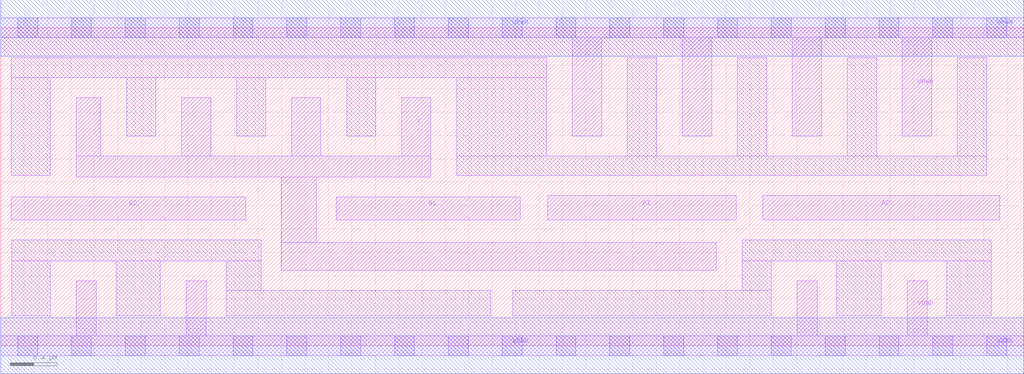
<source format=lef>
# Copyright 2020 The SkyWater PDK Authors
#
# Licensed under the Apache License, Version 2.0 (the "License");
# you may not use this file except in compliance with the License.
# You may obtain a copy of the License at
#
#     https://www.apache.org/licenses/LICENSE-2.0
#
# Unless required by applicable law or agreed to in writing, software
# distributed under the License is distributed on an "AS IS" BASIS,
# WITHOUT WARRANTIES OR CONDITIONS OF ANY KIND, either express or implied.
# See the License for the specific language governing permissions and
# limitations under the License.
#
# SPDX-License-Identifier: Apache-2.0

VERSION 5.7 ;
  NAMESCASESENSITIVE ON ;
  NOWIREEXTENSIONATPIN ON ;
  DIVIDERCHAR "/" ;
  BUSBITCHARS "[]" ;
UNITS
  DATABASE MICRONS 200 ;
END UNITS
PROPERTYDEFINITIONS
  MACRO maskLayoutSubType STRING ;
  MACRO prCellType STRING ;
  MACRO originalViewName STRING ;
END PROPERTYDEFINITIONS
MACRO sky130_fd_sc_hdll__a22oi_4
  CLASS CORE ;
  FOREIGN sky130_fd_sc_hdll__a22oi_4 ;
  ORIGIN  0.000000  0.000000 ;
  SIZE  8.740000 BY  2.720000 ;
  SYMMETRY X Y R90 ;
  SITE unithd ;
  PIN A1
    ANTENNAGATEAREA  1.110000 ;
    DIRECTION INPUT ;
    USE SIGNAL ;
    PORT
      LAYER li1 ;
        RECT 4.675000 1.075000 6.285000 1.285000 ;
    END
  END A1
  PIN A2
    ANTENNAGATEAREA  1.110000 ;
    DIRECTION INPUT ;
    USE SIGNAL ;
    PORT
      LAYER li1 ;
        RECT 6.510000 1.075000 8.535000 1.285000 ;
    END
  END A2
  PIN B1
    ANTENNAGATEAREA  1.110000 ;
    DIRECTION INPUT ;
    USE SIGNAL ;
    PORT
      LAYER li1 ;
        RECT 2.865000 1.075000 4.440000 1.275000 ;
    END
  END B1
  PIN B2
    ANTENNAGATEAREA  1.110000 ;
    DIRECTION INPUT ;
    USE SIGNAL ;
    PORT
      LAYER li1 ;
        RECT 0.090000 1.075000 2.095000 1.275000 ;
    END
  END B2
  PIN Y
    ANTENNADIFFAREA  2.024500 ;
    DIRECTION OUTPUT ;
    USE SIGNAL ;
    PORT
      LAYER li1 ;
        RECT 0.645000 1.445000 3.675000 1.625000 ;
        RECT 0.645000 1.625000 0.855000 2.125000 ;
        RECT 1.545000 1.625000 1.795000 2.125000 ;
        RECT 2.395000 0.645000 6.115000 0.885000 ;
        RECT 2.395000 0.885000 2.695000 1.445000 ;
        RECT 2.485000 1.625000 2.735000 2.125000 ;
        RECT 3.425000 1.625000 3.675000 2.125000 ;
    END
  END Y
  PIN VGND
    DIRECTION INOUT ;
    USE GROUND ;
    PORT
      LAYER li1 ;
        RECT 0.000000 -0.085000 8.740000 0.085000 ;
        RECT 0.645000  0.085000 0.815000 0.555000 ;
        RECT 1.585000  0.085000 1.755000 0.555000 ;
        RECT 6.805000  0.085000 6.975000 0.555000 ;
        RECT 7.745000  0.085000 7.915000 0.555000 ;
      LAYER mcon ;
        RECT 0.145000 -0.085000 0.315000 0.085000 ;
        RECT 0.605000 -0.085000 0.775000 0.085000 ;
        RECT 1.065000 -0.085000 1.235000 0.085000 ;
        RECT 1.525000 -0.085000 1.695000 0.085000 ;
        RECT 1.985000 -0.085000 2.155000 0.085000 ;
        RECT 2.445000 -0.085000 2.615000 0.085000 ;
        RECT 2.905000 -0.085000 3.075000 0.085000 ;
        RECT 3.365000 -0.085000 3.535000 0.085000 ;
        RECT 3.825000 -0.085000 3.995000 0.085000 ;
        RECT 4.285000 -0.085000 4.455000 0.085000 ;
        RECT 4.745000 -0.085000 4.915000 0.085000 ;
        RECT 5.205000 -0.085000 5.375000 0.085000 ;
        RECT 5.665000 -0.085000 5.835000 0.085000 ;
        RECT 6.125000 -0.085000 6.295000 0.085000 ;
        RECT 6.585000 -0.085000 6.755000 0.085000 ;
        RECT 7.045000 -0.085000 7.215000 0.085000 ;
        RECT 7.505000 -0.085000 7.675000 0.085000 ;
        RECT 7.965000 -0.085000 8.135000 0.085000 ;
        RECT 8.425000 -0.085000 8.595000 0.085000 ;
      LAYER met1 ;
        RECT 0.000000 -0.240000 8.740000 0.240000 ;
    END
  END VGND
  PIN VPWR
    DIRECTION INOUT ;
    USE POWER ;
    PORT
      LAYER li1 ;
        RECT 0.000000 2.635000 8.740000 2.805000 ;
        RECT 4.885000 1.795000 5.135000 2.635000 ;
        RECT 5.825000 1.795000 6.075000 2.635000 ;
        RECT 6.765000 1.795000 7.015000 2.635000 ;
        RECT 7.705000 1.795000 7.955000 2.635000 ;
      LAYER mcon ;
        RECT 0.145000 2.635000 0.315000 2.805000 ;
        RECT 0.605000 2.635000 0.775000 2.805000 ;
        RECT 1.065000 2.635000 1.235000 2.805000 ;
        RECT 1.525000 2.635000 1.695000 2.805000 ;
        RECT 1.985000 2.635000 2.155000 2.805000 ;
        RECT 2.445000 2.635000 2.615000 2.805000 ;
        RECT 2.905000 2.635000 3.075000 2.805000 ;
        RECT 3.365000 2.635000 3.535000 2.805000 ;
        RECT 3.825000 2.635000 3.995000 2.805000 ;
        RECT 4.285000 2.635000 4.455000 2.805000 ;
        RECT 4.745000 2.635000 4.915000 2.805000 ;
        RECT 5.205000 2.635000 5.375000 2.805000 ;
        RECT 5.665000 2.635000 5.835000 2.805000 ;
        RECT 6.125000 2.635000 6.295000 2.805000 ;
        RECT 6.585000 2.635000 6.755000 2.805000 ;
        RECT 7.045000 2.635000 7.215000 2.805000 ;
        RECT 7.505000 2.635000 7.675000 2.805000 ;
        RECT 7.965000 2.635000 8.135000 2.805000 ;
        RECT 8.425000 2.635000 8.595000 2.805000 ;
      LAYER met1 ;
        RECT 0.000000 2.480000 8.740000 2.960000 ;
    END
  END VPWR
  OBS
    LAYER li1 ;
      RECT 0.090000 1.455000 0.425000 2.295000 ;
      RECT 0.090000 2.295000 4.665000 2.465000 ;
      RECT 0.095000 0.255000 0.425000 0.725000 ;
      RECT 0.095000 0.725000 2.225000 0.905000 ;
      RECT 0.985000 0.255000 1.365000 0.725000 ;
      RECT 1.075000 1.795000 1.325000 2.295000 ;
      RECT 1.925000 0.255000 4.185000 0.475000 ;
      RECT 1.925000 0.475000 2.225000 0.725000 ;
      RECT 2.015000 1.795000 2.265000 2.295000 ;
      RECT 2.955000 1.795000 3.205000 2.295000 ;
      RECT 3.895000 1.455000 8.425000 1.625000 ;
      RECT 3.895000 1.625000 4.665000 2.295000 ;
      RECT 4.375000 0.255000 6.585000 0.475000 ;
      RECT 5.355000 1.625000 5.605000 2.465000 ;
      RECT 6.295000 1.625000 6.545000 2.465000 ;
      RECT 6.335000 0.475000 6.585000 0.725000 ;
      RECT 6.335000 0.725000 8.465000 0.905000 ;
      RECT 7.145000 0.255000 7.525000 0.725000 ;
      RECT 7.235000 1.625000 7.485000 2.465000 ;
      RECT 8.085000 0.255000 8.465000 0.725000 ;
      RECT 8.175000 1.625000 8.425000 2.465000 ;
  END
  PROPERTY maskLayoutSubType "abstract" ;
  PROPERTY prCellType "standard" ;
  PROPERTY originalViewName "layout" ;
END sky130_fd_sc_hdll__a22oi_4

</source>
